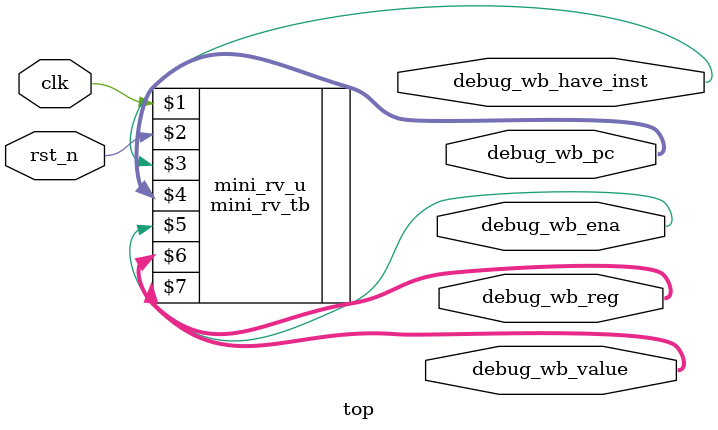
<source format=v>
module top(
    input clk,
    input rst_n,
    output        debug_wb_have_inst,   // WB½×¶ÎÊÇ·ñÓÐÖ¸Áî (¶Ôµ¥ÖÜÆÚCPU£¬´ËflagºãÎª1)
    output [31:0] debug_wb_pc,          // WB½×¶ÎµÄPC (Èôwb_have_inst=0£¬´ËÏî¿ÉÎªÈÎÒâÖµ)
    output        debug_wb_ena,         // WB½×¶ÎµÄ¼Ä´æÆ÷Ð´Ê¹ÄÜ (Èôwb_have_inst=0£¬´ËÏî¿ÉÎªÈÎÒâÖµ)
    output [4:0]  debug_wb_reg,         // WB½×¶ÎÐ´ÈëµÄ¼Ä´æÆ÷ºÅ (Èôwb_ena»òwb_have_inst=0£¬´ËÏî¿ÉÎªÈÎÒâÖµ)
    output [31:0] debug_wb_value        // WB½×¶ÎÐ´Èë¼Ä´æÆ÷µÄÖµ (Èôwb_ena»òwb_have_inst=0£¬´ËÏî¿ÉÎªÈÎÒâÖµ)
);

mini_rv_tb mini_rv_u (clk,rst_n,debug_wb_have_inst,debug_wb_pc,debug_wb_ena,debug_wb_reg,debug_wb_value);
endmodule
</source>
